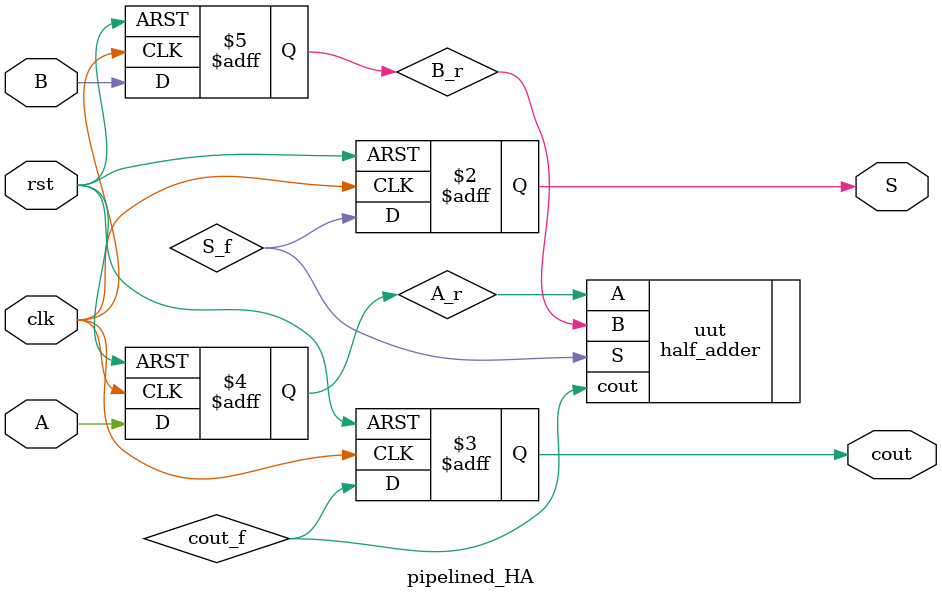
<source format=v>
`timescale 1ns / 1ps


module pipelined_HA(

    
    input A,
    input B,
    input clk,
    input rst,
    output reg S,
    output reg cout
    );
    wire S_f,cout_f;
    reg A_r,B_r;
    half_adder uut (.A(A_r),.B(B_r),.S(S_f),.cout(cout_f));
    
    always @(posedge clk,posedge rst)
     begin
     if(rst)
        begin
          A_r <= 1'b0;
          B_r <= 1'b0;
          S<=0;
         cout<=0;
        end 
      else
        begin
          A_r <= A;
          B_r <= B;
          S<=S_f;
          cout<=cout_f;
         end
      end      

endmodule

</source>
